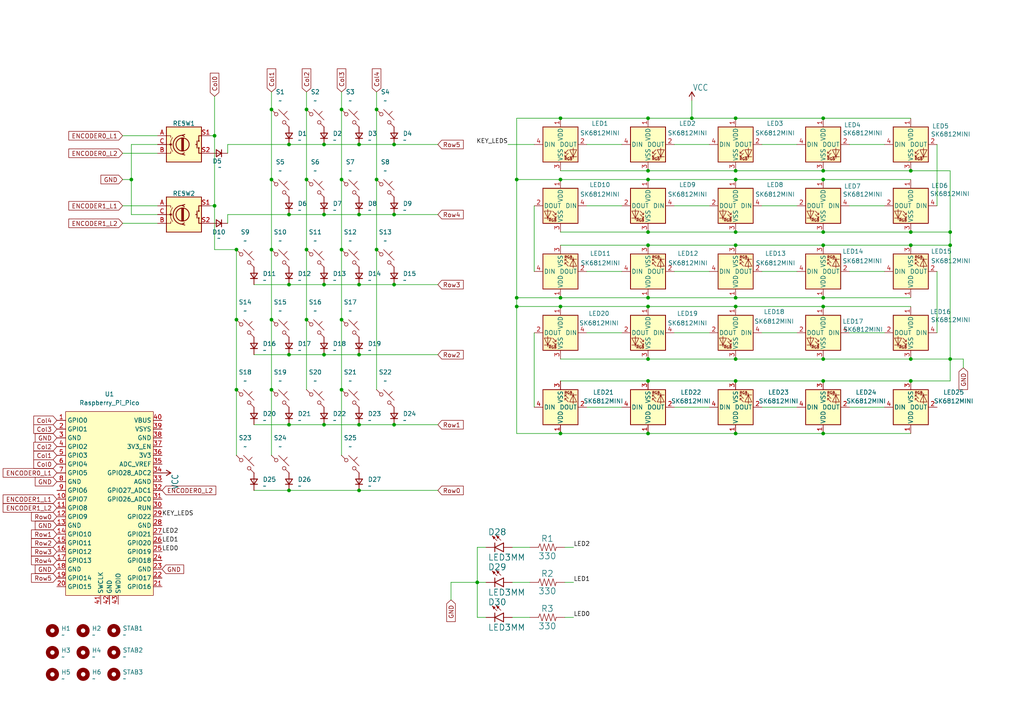
<source format=kicad_sch>
(kicad_sch (version 20231120) (generator "eeschema") (generator_version "8.0")
  (paper "A4")
  (junction (at 99.06 72.39))
  (junction (at 187.96 86.36))
  (junction (at 109.22 52.07))
  (junction (at 187.96 125.73))
  (junction (at 275.59 71.12))
  (junction (at 162.56 52.07))
  (junction (at 83.82 123.19))
  (junction (at 104.14 62.23))
  (junction (at 83.82 41.91))
  (junction (at 187.96 52.07))
  (junction (at 238.76 104.14))
  (junction (at 238.76 52.07))
  (junction (at 78.74 31.75))
  (junction (at 213.36 88.9))
  (junction (at 68.58 92.71))
  (junction (at 238.76 86.36))
  (junction (at 138.43 168.91))
  (junction (at 104.14 142.24))
  (junction (at 213.36 104.14))
  (junction (at 162.56 88.9))
  (junction (at 264.16 67.31))
  (junction (at 93.98 123.19))
  (junction (at 200.66 34.29))
  (junction (at 114.3 82.55))
  (junction (at 99.06 31.75))
  (junction (at 68.58 72.39))
  (junction (at 104.14 102.87))
  (junction (at 104.14 41.91))
  (junction (at 149.86 52.07))
  (junction (at 88.9 92.71))
  (junction (at 264.16 110.49))
  (junction (at 93.98 82.55))
  (junction (at 187.96 71.12))
  (junction (at 187.96 49.53))
  (junction (at 238.76 67.31))
  (junction (at 109.22 31.75))
  (junction (at 114.3 123.19))
  (junction (at 93.98 41.91))
  (junction (at 238.76 88.9))
  (junction (at 78.74 92.71))
  (junction (at 162.56 34.29))
  (junction (at 149.86 88.9))
  (junction (at 62.23 39.37))
  (junction (at 162.56 86.36))
  (junction (at 93.98 62.23))
  (junction (at 104.14 82.55))
  (junction (at 114.3 62.23))
  (junction (at 187.96 67.31))
  (junction (at 83.82 142.24))
  (junction (at 68.58 113.03))
  (junction (at 213.36 67.31))
  (junction (at 187.96 104.14))
  (junction (at 99.06 113.03))
  (junction (at 62.23 59.69))
  (junction (at 109.22 72.39))
  (junction (at 264.16 71.12))
  (junction (at 104.14 123.19))
  (junction (at 213.36 52.07))
  (junction (at 114.3 41.91))
  (junction (at 238.76 110.49))
  (junction (at 78.74 52.07))
  (junction (at 83.82 62.23))
  (junction (at 238.76 71.12))
  (junction (at 187.96 34.29))
  (junction (at 99.06 52.07))
  (junction (at 264.16 49.53))
  (junction (at 83.82 102.87))
  (junction (at 93.98 102.87))
  (junction (at 213.36 110.49))
  (junction (at 187.96 88.9))
  (junction (at 213.36 49.53))
  (junction (at 238.76 49.53))
  (junction (at 38.1 52.07))
  (junction (at 213.36 125.73))
  (junction (at 238.76 34.29))
  (junction (at 78.74 113.03))
  (junction (at 187.96 110.49))
  (junction (at 275.59 67.31))
  (junction (at 88.9 72.39))
  (junction (at 264.16 104.14))
  (junction (at 162.56 125.73))
  (junction (at 213.36 86.36))
  (junction (at 99.06 92.71))
  (junction (at 238.76 125.73))
  (junction (at 88.9 31.75))
  (junction (at 275.59 104.14))
  (junction (at 83.82 82.55))
  (junction (at 213.36 71.12))
  (junction (at 88.9 52.07))
  (junction (at 213.36 34.29))
  (junction (at 149.86 86.36))
  (junction (at 78.74 72.39))
  (wire (pts (xy 99.06 26.67) (xy 99.06 31.75)))
  (wire (pts (xy 114.3 62.23) (xy 127 62.23)))
  (wire (pts (xy 275.59 67.31) (xy 275.59 71.12)))
  (wire (pts (xy 213.36 49.53) (xy 238.76 49.53)))
  (wire (pts (xy 213.36 52.07) (xy 238.76 52.07)))
  (wire (pts (xy 187.96 71.12) (xy 213.36 71.12)))
  (wire (pts (xy 88.9 72.39) (xy 88.9 92.71)))
  (wire (pts (xy 264.16 67.31) (xy 275.59 67.31)))
  (wire (pts (xy 220.98 59.69) (xy 231.14 59.69)))
  (wire (pts (xy 83.82 123.19) (xy 93.98 123.19)))
  (wire (pts (xy 78.74 113.03) (xy 78.74 132.08)))
  (wire (pts (xy 38.1 52.07) (xy 38.1 62.23)))
  (wire (pts (xy 99.06 92.71) (xy 99.06 113.03)))
  (wire (pts (xy 170.18 96.52) (xy 180.34 96.52)))
  (wire (pts (xy 195.58 78.74) (xy 205.74 78.74)))
  (wire (pts (xy 104.14 123.19) (xy 114.3 123.19)))
  (wire (pts (xy 104.14 82.55) (xy 114.3 82.55)))
  (wire (pts (xy 187.96 52.07) (xy 213.36 52.07)))
  (wire (pts (xy 45.72 41.91) (xy 38.1 41.91)))
  (wire (pts (xy 162.56 52.07) (xy 187.96 52.07)))
  (wire (pts (xy 246.38 78.74) (xy 256.54 78.74)))
  (wire (pts (xy 149.86 52.07) (xy 149.86 34.29)))
  (wire (pts (xy 114.3 123.19) (xy 127 123.19)))
  (wire (pts (xy 275.59 49.53) (xy 275.59 67.31)))
  (wire (pts (xy 275.59 71.12) (xy 275.59 104.14)))
  (wire (pts (xy 68.58 72.39) (xy 68.58 92.71)))
  (wire (pts (xy 88.9 31.75) (xy 88.9 52.07)))
  (wire (pts (xy 73.66 142.24) (xy 83.82 142.24)))
  (wire (pts (xy 104.14 102.87) (xy 127 102.87)))
  (wire (pts (xy 148.59 158.75) (xy 153.67 158.75)))
  (wire (pts (xy 109.22 31.75) (xy 109.22 52.07)))
  (wire (pts (xy 35.56 59.69) (xy 45.72 59.69)))
  (wire (pts (xy 187.96 34.29) (xy 200.66 34.29)))
  (wire (pts (xy 138.43 179.07) (xy 140.97 179.07)))
  (wire (pts (xy 104.14 142.24) (xy 127 142.24)))
  (wire (pts (xy 220.98 41.91) (xy 231.14 41.91)))
  (wire (pts (xy 78.74 113.03) (xy 78.74 92.71)))
  (wire (pts (xy 213.36 71.12) (xy 238.76 71.12)))
  (wire (pts (xy 138.43 158.75) (xy 138.43 168.91)))
  (wire (pts (xy 83.82 82.55) (xy 93.98 82.55)))
  (wire (pts (xy 114.3 41.91) (xy 127 41.91)))
  (wire (pts (xy 68.58 92.71) (xy 68.58 113.03)))
  (wire (pts (xy 35.56 39.37) (xy 45.72 39.37)))
  (wire (pts (xy 149.86 34.29) (xy 162.56 34.29)))
  (wire (pts (xy 149.86 52.07) (xy 162.56 52.07)))
  (wire (pts (xy 238.76 34.29) (xy 264.16 34.29)))
  (wire (pts (xy 99.06 72.39) (xy 99.06 92.71)))
  (wire (pts (xy 275.59 110.49) (xy 275.59 104.14)))
  (wire (pts (xy 60.96 59.69) (xy 62.23 59.69)))
  (wire (pts (xy 66.04 41.91) (xy 83.82 41.91)))
  (wire (pts (xy 195.58 96.52) (xy 205.74 96.52)))
  (wire (pts (xy 154.94 96.52) (xy 154.94 118.11)))
  (wire (pts (xy 279.4 104.14) (xy 279.4 106.68)))
  (wire (pts (xy 200.66 29.21) (xy 200.66 34.29)))
  (wire (pts (xy 163.83 158.75) (xy 166.37 158.75)))
  (wire (pts (xy 162.56 125.73) (xy 187.96 125.73)))
  (wire (pts (xy 213.36 34.29) (xy 238.76 34.29)))
  (wire (pts (xy 200.66 34.29) (xy 213.36 34.29)))
  (wire (pts (xy 246.38 59.69) (xy 256.54 59.69)))
  (wire (pts (xy 163.83 168.91) (xy 166.37 168.91)))
  (wire (pts (xy 187.96 86.36) (xy 213.36 86.36)))
  (wire (pts (xy 238.76 67.31) (xy 264.16 67.31)))
  (wire (pts (xy 271.78 41.91) (xy 271.78 59.69)))
  (wire (pts (xy 78.74 52.07) (xy 78.74 72.39)))
  (wire (pts (xy 187.96 125.73) (xy 213.36 125.73)))
  (wire (pts (xy 220.98 96.52) (xy 231.14 96.52)))
  (wire (pts (xy 68.58 113.03) (xy 68.58 132.08)))
  (wire (pts (xy 35.56 44.45) (xy 45.72 44.45)))
  (wire (pts (xy 195.58 59.69) (xy 205.74 59.69)))
  (wire (pts (xy 149.86 86.36) (xy 149.86 88.9)))
  (wire (pts (xy 271.78 78.74) (xy 271.78 96.52)))
  (wire (pts (xy 264.16 71.12) (xy 275.59 71.12)))
  (wire (pts (xy 83.82 102.87) (xy 93.98 102.87)))
  (wire (pts (xy 238.76 88.9) (xy 264.16 88.9)))
  (wire (pts (xy 38.1 41.91) (xy 38.1 52.07)))
  (wire (pts (xy 162.56 86.36) (xy 187.96 86.36)))
  (wire (pts (xy 93.98 62.23) (xy 104.14 62.23)))
  (wire (pts (xy 238.76 49.53) (xy 264.16 49.53)))
  (wire (pts (xy 138.43 168.91) (xy 140.97 168.91)))
  (wire (pts (xy 83.82 41.91) (xy 93.98 41.91)))
  (wire (pts (xy 38.1 62.23) (xy 45.72 62.23)))
  (wire (pts (xy 187.96 104.14) (xy 213.36 104.14)))
  (wire (pts (xy 83.82 62.23) (xy 93.98 62.23)))
  (wire (pts (xy 162.56 71.12) (xy 187.96 71.12)))
  (wire (pts (xy 162.56 88.9) (xy 149.86 88.9)))
  (wire (pts (xy 170.18 41.91) (xy 180.34 41.91)))
  (wire (pts (xy 238.76 104.14) (xy 264.16 104.14)))
  (wire (pts (xy 88.9 92.71) (xy 88.9 113.03)))
  (wire (pts (xy 264.16 49.53) (xy 275.59 49.53)))
  (wire (pts (xy 78.74 31.75) (xy 78.74 52.07)))
  (wire (pts (xy 149.86 125.73) (xy 162.56 125.73)))
  (wire (pts (xy 73.66 82.55) (xy 83.82 82.55)))
  (wire (pts (xy 264.16 104.14) (xy 275.59 104.14)))
  (wire (pts (xy 109.22 26.67) (xy 109.22 31.75)))
  (wire (pts (xy 149.86 52.07) (xy 149.86 86.36)))
  (wire (pts (xy 187.96 49.53) (xy 213.36 49.53)))
  (wire (pts (xy 213.36 67.31) (xy 238.76 67.31)))
  (wire (pts (xy 109.22 72.39) (xy 109.22 113.03)))
  (wire (pts (xy 73.66 123.19) (xy 83.82 123.19)))
  (wire (pts (xy 213.36 125.73) (xy 238.76 125.73)))
  (wire (pts (xy 62.23 59.69) (xy 62.23 72.39)))
  (wire (pts (xy 187.96 110.49) (xy 213.36 110.49)))
  (wire (pts (xy 162.56 104.14) (xy 187.96 104.14)))
  (wire (pts (xy 195.58 118.11) (xy 205.74 118.11)))
  (wire (pts (xy 104.14 62.23) (xy 114.3 62.23)))
  (wire (pts (xy 73.66 102.87) (xy 83.82 102.87)))
  (wire (pts (xy 93.98 41.91) (xy 104.14 41.91)))
  (wire (pts (xy 62.23 27.94) (xy 62.23 39.37)))
  (wire (pts (xy 213.36 110.49) (xy 238.76 110.49)))
  (wire (pts (xy 213.36 104.14) (xy 238.76 104.14)))
  (wire (pts (xy 153.67 179.07) (xy 148.59 179.07)))
  (wire (pts (xy 99.06 113.03) (xy 99.06 132.08)))
  (wire (pts (xy 93.98 102.87) (xy 104.14 102.87)))
  (wire (pts (xy 114.3 82.55) (xy 127 82.55)))
  (wire (pts (xy 238.76 71.12) (xy 264.16 71.12)))
  (wire (pts (xy 162.56 67.31) (xy 187.96 67.31)))
  (wire (pts (xy 88.9 26.67) (xy 88.9 31.75)))
  (wire (pts (xy 149.86 88.9) (xy 149.86 125.73)))
  (wire (pts (xy 138.43 168.91) (xy 130.81 168.91)))
  (wire (pts (xy 130.81 168.91) (xy 130.81 173.99)))
  (wire (pts (xy 109.22 52.07) (xy 109.22 72.39)))
  (wire (pts (xy 78.74 92.71) (xy 78.74 72.39)))
  (wire (pts (xy 35.56 52.07) (xy 38.1 52.07)))
  (wire (pts (xy 213.36 88.9) (xy 238.76 88.9)))
  (wire (pts (xy 83.82 142.24) (xy 104.14 142.24)))
  (wire (pts (xy 170.18 78.74) (xy 180.34 78.74)))
  (wire (pts (xy 246.38 41.91) (xy 256.54 41.91)))
  (wire (pts (xy 66.04 64.77) (xy 66.04 62.23)))
  (wire (pts (xy 62.23 39.37) (xy 62.23 59.69)))
  (wire (pts (xy 238.76 86.36) (xy 264.16 86.36)))
  (wire (pts (xy 162.56 110.49) (xy 187.96 110.49)))
  (wire (pts (xy 66.04 44.45) (xy 66.04 41.91)))
  (wire (pts (xy 238.76 52.07) (xy 264.16 52.07)))
  (wire (pts (xy 99.06 31.75) (xy 99.06 52.07)))
  (wire (pts (xy 153.67 168.91) (xy 148.59 168.91)))
  (wire (pts (xy 246.38 96.52) (xy 256.54 96.52)))
  (wire (pts (xy 138.43 168.91) (xy 138.43 179.07)))
  (wire (pts (xy 99.06 52.07) (xy 99.06 72.39)))
  (wire (pts (xy 66.04 62.23) (xy 83.82 62.23)))
  (wire (pts (xy 162.56 88.9) (xy 187.96 88.9)))
  (wire (pts (xy 162.56 34.29) (xy 187.96 34.29)))
  (wire (pts (xy 62.23 72.39) (xy 68.58 72.39)))
  (wire (pts (xy 170.18 118.11) (xy 180.34 118.11)))
  (wire (pts (xy 147.32 41.91) (xy 154.94 41.91)))
  (wire (pts (xy 104.14 41.91) (xy 114.3 41.91)))
  (wire (pts (xy 170.18 59.69) (xy 180.34 59.69)))
  (wire (pts (xy 187.96 88.9) (xy 213.36 88.9)))
  (wire (pts (xy 279.4 104.14) (xy 275.59 104.14)))
  (wire (pts (xy 93.98 82.55) (xy 104.14 82.55)))
  (wire (pts (xy 60.96 39.37) (xy 62.23 39.37)))
  (wire (pts (xy 93.98 123.19) (xy 104.14 123.19)))
  (wire (pts (xy 149.86 86.36) (xy 162.56 86.36)))
  (wire (pts (xy 78.74 26.67) (xy 78.74 31.75)))
  (wire (pts (xy 238.76 125.73) (xy 264.16 125.73)))
  (wire (pts (xy 163.83 179.07) (xy 166.37 179.07)))
  (wire (pts (xy 154.94 59.69) (xy 154.94 78.74)))
  (wire (pts (xy 140.97 158.75) (xy 138.43 158.75)))
  (wire (pts (xy 238.76 110.49) (xy 264.16 110.49)))
  (wire (pts (xy 213.36 86.36) (xy 238.76 86.36)))
  (wire (pts (xy 162.56 49.53) (xy 187.96 49.53)))
  (wire (pts (xy 187.96 67.31) (xy 213.36 67.31)))
  (wire (pts (xy 220.98 118.11) (xy 231.14 118.11)))
  (wire (pts (xy 88.9 52.07) (xy 88.9 72.39)))
  (wire (pts (xy 246.38 118.11) (xy 256.54 118.11)))
  (wire (pts (xy 220.98 78.74) (xy 231.14 78.74)))
  (wire (pts (xy 35.56 64.77) (xy 45.72 64.77)))
  (wire (pts (xy 264.16 110.49) (xy 275.59 110.49)))
  (wire (pts (xy 195.58 41.91) (xy 205.74 41.91)))
  (label "KEY_LEDS" (at 46.99 149.86 0) (effects (font (size 1.2446 1.2446))))
  (label "LED2" (at 166.37 158.75 0) (effects (font (size 1.2446 1.2446))))
  (label "LED0" (at 166.37 179.07 0) (effects (font (size 1.2446 1.2446))))
  (label "LED2" (at 46.99 154.94 0) (effects (font (size 1.2446 1.2446))))
  (label "LED0" (at 46.99 160.02 0) (effects (font (size 1.2446 1.2446))))
  (label "LED1" (at 46.99 157.48 0) (effects (font (size 1.2446 1.2446))))
  (label "LED1" (at 166.37 168.91 0) (effects (font (size 1.2446 1.2446))))
  (label "KEY_LEDS" (at 147.32 41.91 180) (effects (font (size 1.2446 1.2446))))
  (global_label "Col0" (shape input) (at 16.51 134.62 180) (property "Intersheetrefs" "${INTERSHEET_REFS}" (effects (hide yes))))
  (global_label "Col1" (shape input) (at 16.51 132.08 180) (property "Intersheetrefs" "${INTERSHEET_REFS}" (effects (hide yes))))
  (global_label "ENCODER0_L1" (shape input) (at 35.56 39.37 180) (property "Intersheetrefs" "${INTERSHEET_REFS}" (effects (hide yes))))
  (global_label "Row2" (shape input) (at 16.51 157.48 180) (property "Intersheetrefs" "${INTERSHEET_REFS}" (effects (hide yes))))
  (global_label "Col2" (shape input) (at 16.51 129.54 180) (property "Intersheetrefs" "${INTERSHEET_REFS}" (effects (hide yes))))
  (global_label "GND" (shape input) (at 16.51 152.4 180) (property "Intersheetrefs" "${INTERSHEET_REFS}" (effects (hide yes))))
  (global_label "Row1" (shape input) (at 16.51 154.94 180) (property "Intersheetrefs" "${INTERSHEET_REFS}" (effects (hide yes))))
  (global_label "Row3" (shape input) (at 16.51 160.02 180) (property "Intersheetrefs" "${INTERSHEET_REFS}" (effects (hide yes))))
  (global_label "GND" (shape input) (at 16.51 165.1 180) (property "Intersheetrefs" "${INTERSHEET_REFS}" (effects (hide yes))))
  (global_label "GND" (shape input) (at 16.51 139.7 180) (property "Intersheetrefs" "${INTERSHEET_REFS}" (effects (hide yes))))
  (global_label "Row5" (shape input) (at 16.51 167.64 180) (property "Intersheetrefs" "${INTERSHEET_REFS}" (effects (hide yes))))
  (global_label "Col3" (shape input) (at 16.51 124.46 180) (property "Intersheetrefs" "${INTERSHEET_REFS}" (effects (hide yes))))
  (global_label "GND" (shape input) (at 46.99 165.1 0) (property "Intersheetrefs" "${INTERSHEET_REFS}" (effects (hide yes))))
  (global_label "ENCODER1_L1" (shape input) (at 16.51 144.78 180) (property "Intersheetrefs" "${INTERSHEET_REFS}" (effects (hide yes))))
  (global_label "Row2" (shape input) (at 127 102.87 0) (property "Intersheetrefs" "${INTERSHEET_REFS}" (effects (hide yes))))
  (global_label "Col3" (shape input) (at 99.06 26.67 90) (property "Intersheetrefs" "${INTERSHEET_REFS}" (effects (hide yes))))
  (global_label "ENCODER1_L2" (shape input) (at 35.56 64.77 180) (property "Intersheetrefs" "${INTERSHEET_REFS}" (effects (hide yes))))
  (global_label "Col4" (shape input) (at 109.22 26.67 90) (property "Intersheetrefs" "${INTERSHEET_REFS}" (effects (hide yes))))
  (global_label "GND" (shape input) (at 130.81 173.99 270) (property "Intersheetrefs" "${INTERSHEET_REFS}" (effects (hide yes))))
  (global_label "Row5" (shape input) (at 127 41.91 0) (property "Intersheetrefs" "${INTERSHEET_REFS}" (effects (hide yes))))
  (global_label "ENCODER1_L1" (shape input) (at 35.56 59.69 180) (property "Intersheetrefs" "${INTERSHEET_REFS}" (effects (hide yes))))
  (global_label "Row0" (shape input) (at 16.51 149.86 180) (property "Intersheetrefs" "${INTERSHEET_REFS}" (effects (hide yes))))
  (global_label "Row3" (shape input) (at 127 82.55 0) (property "Intersheetrefs" "${INTERSHEET_REFS}" (effects (hide yes))))
  (global_label "Col4" (shape input) (at 16.51 121.92 180) (property "Intersheetrefs" "${INTERSHEET_REFS}" (effects (hide yes))))
  (global_label "ENCODER0_L2" (shape input) (at 35.56 44.45 180) (property "Intersheetrefs" "${INTERSHEET_REFS}" (effects (hide yes))))
  (global_label "ENCODER1_L2" (shape input) (at 16.51 147.32 180) (property "Intersheetrefs" "${INTERSHEET_REFS}" (effects (hide yes))))
  (global_label "ENCODER0_L2" (shape input) (at 46.99 142.24 0) (property "Intersheetrefs" "${INTERSHEET_REFS}" (effects (hide yes))))
  (global_label "Row1" (shape input) (at 127 123.19 0) (property "Intersheetrefs" "${INTERSHEET_REFS}" (effects (hide yes))))
  (global_label "ENCODER0_L1" (shape input) (at 16.51 137.16 180) (property "Intersheetrefs" "${INTERSHEET_REFS}" (effects (hide yes))))
  (global_label "Col2" (shape input) (at 88.9 26.67 90) (property "Intersheetrefs" "${INTERSHEET_REFS}" (effects (hide yes))))
  (global_label "Col0" (shape input) (at 62.23 27.94 90) (property "Intersheetrefs" "${INTERSHEET_REFS}" (effects (hide yes))))
  (global_label "GND" (shape input) (at 16.51 127 180) (property "Intersheetrefs" "${INTERSHEET_REFS}" (effects (hide yes))))
  (global_label "GND" (shape input) (at 279.4 106.68 270) (property "Intersheetrefs" "${INTERSHEET_REFS}" (effects (hide yes))))
  (global_label "GND" (shape input) (at 35.56 52.07 180) (property "Intersheetrefs" "${INTERSHEET_REFS}" (effects (hide yes))))
  (global_label "Row0" (shape input) (at 127 142.24 0) (property "Intersheetrefs" "${INTERSHEET_REFS}" (effects (hide yes))))
  (global_label "Row4" (shape input) (at 127 62.23 0) (property "Intersheetrefs" "${INTERSHEET_REFS}" (effects (hide yes))))
  (global_label "Col1" (shape input) (at 78.74 26.67 90) (property "Intersheetrefs" "${INTERSHEET_REFS}" (effects (hide yes))))
  (global_label "Row4" (shape input) (at 16.51 162.56 180) (property "Intersheetrefs" "${INTERSHEET_REFS}" (effects (hide yes))))
  (symbol (lib_id "Device:D_Small") (at 93.98 120.65 90) (unit 1)
    (property "Reference" "D22" (at 96.52 120.0149 90) (effects (justify right)))
    (property "Value" "~" (at 96.52 121.92 90) (effects (justify right)))
    (property "Footprint" "Diode_SMD:D_SOD-123" (effects (hide yes)))
    (property "Description" "Diode, small symbol" (effects (hide yes)))
    (property "Sim.Device" "D" (effects (hide yes)))
    (property "Sim.Pins" "1=K 2=A" (effects (hide yes)))
  )
  (symbol (lib_id "ScottoKeebs:Placeholder_Mounting_Hole") (at 24.0966 189.2577 0) (unit 1)
    (property "Reference" "H4" (at 26.6366 188.6226 0) (effects (justify left)))
    (property "Value" "~" (at 26.6366 190.5277 0) (effects (justify left)))
    (property "Footprint" "MountingHole:MountingHole_2.2mm_M2_DIN965" (effects (hide yes)))
    (property "Description" "Mounting Hole without connection" (effects (hide yes)))
  )
  (symbol (lib_id "ScottoKeebs:Placeholder_Mounting_Hole") (at 15.2066 182.9077 0) (unit 1)
    (property "Reference" "H1" (at 17.7466 182.2726 0) (effects (justify left)))
    (property "Value" "~" (at 17.7466 184.1777 0) (effects (justify left)))
    (property "Footprint" "MountingHole:MountingHole_2.2mm_M2_DIN965" (effects (hide yes)))
    (property "Description" "Mounting Hole without connection" (effects (hide yes)))
  )
  (symbol (lib_id "Device:D_Small") (at 73.66 80.01 90) (unit 1)
    (property "Reference" "D11" (at 76.2 79.3749 90) (effects (justify right)))
    (property "Value" "~" (at 76.2 81.28 90) (effects (justify right)))
    (property "Footprint" "Diode_SMD:D_SOD-123" (effects (hide yes)))
    (property "Description" "Diode, small symbol" (effects (hide yes)))
    (property "Sim.Device" "D" (effects (hide yes)))
    (property "Sim.Pins" "1=K 2=A" (effects (hide yes)))
  )
  (symbol (lib_id "dumbpad-eagle-import:LED3MM") (at 146.05 158.75 270) (unit 1)
    (property "Reference" "D28" (at 141.478 155.321 90) (effects (font (size 1.778 1.778)) (justify left bottom)))
    (property "Value" "LED3MM" (at 141.478 160.655 90) (effects (font (size 1.778 1.778)) (justify left top)))
    (property "Footprint" "dumbpad:LED_3MM" (effects (hide yes)))
  )
  (symbol (lib_id "dumbpad_lib:SK6812MINI_1") (at 162.56 118.11 0) (mirror x) (unit 1)
    (property "Reference" "LED21" (at 175.006 113.792 0))
    (property "Value" "SK6812MINI" (at 175.006 116.332 0))
    (property "Footprint" "LED_SMD:LED_SK6812MINI_PLCC4_3.5x3.5mm_P1.75mm" (effects (hide yes)))
    (property "Datasheet" "https://cdn-shop.adafruit.com/product-files/2686/SK6812MINI_REV.01-1-2.pdf" (effects (hide yes)))
  )
  (symbol (lib_id "dumbpad_lib:SK6812MINI_1") (at 238.76 118.11 0) (mirror x) (unit 1)
    (property "Reference" "LED24" (at 251.206 113.792 0))
    (property "Value" "SK6812MINI" (at 251.206 116.332 0))
    (property "Footprint" "LED_SMD:LED_SK6812MINI_PLCC4_3.5x3.5mm_P1.75mm" (effects (hide yes)))
    (property "Datasheet" "https://cdn-shop.adafruit.com/product-files/2686/SK6812MINI_REV.01-1-2.pdf" (effects (hide yes)))
  )
  (symbol (lib_id "dumbpad_lib:SK6812MINI_1") (at 264.16 41.91 0) (unit 1)
    (property "Reference" "LED5" (at 272.796 36.576 0))
    (property "Value" "SK6812MINI" (at 275.7359 38.9279 0))
    (property "Footprint" "LED_SMD:LED_SK6812MINI_PLCC4_3.5x3.5mm_P1.75mm" (effects (hide yes)))
    (property "Datasheet" "https://cdn-shop.adafruit.com/product-files/2686/SK6812MINI_REV.01-1-2.pdf" (effects (hide yes)))
  )
  (symbol (lib_id "ScottoKeebs:Placeholder_Keyswitch") (at 101.6 95.25 0) (unit 1)
    (property "Reference" "S17" (at 101.6 87.63 0))
    (property "Value" "~" (at 101.6 90.17 0))
    (property "Footprint" "ScottoKeebs_Hotswap:Hotswap_MX_1.00u" (effects (hide yes)))
    (property "Description" "Push button switch, normally open, two pins, 45° tilted" (effects (hide yes)))
  )
  (symbol (lib_id "ScottoKeebs:Placeholder_Keyswitch") (at 111.76 115.57 0) (unit 1)
    (property "Reference" "S22" (at 111.76 107.95 0))
    (property "Value" "~" (at 111.76 110.49 0))
    (property "Footprint" "ScottoKeebs_Hotswap:Hotswap_MX_2.00u_90deg" (effects (hide yes)))
    (property "Description" "Push button switch, normally open, two pins, 45° tilted" (effects (hide yes)))
  )
  (symbol (lib_id "dumbpad_lib:SK6812MINI_1") (at 213.36 96.52 0) (mirror y) (unit 1)
    (property "Reference" "LED18" (at 224.536 90.424 0))
    (property "Value" "SK6812MINI" (at 224.536 93.1991 0))
    (property "Footprint" "LED_SMD:LED_SK6812MINI_PLCC4_3.5x3.5mm_P1.75mm" (effects (hide yes)))
    (property "Datasheet" "https://cdn-shop.adafruit.com/product-files/2686/SK6812MINI_REV.01-1-2.pdf" (effects (hide yes)))
  )
  (symbol (lib_id "ScottoKeebs:Placeholder_Mounting_Hole") (at 15.2066 195.6077 0) (unit 1)
    (property "Reference" "H5" (at 17.7466 194.9726 0) (effects (justify left)))
    (property "Value" "~" (at 17.7466 196.8777 0) (effects (justify left)))
    (property "Footprint" "MountingHole:MountingHole_2.2mm_M2_DIN965" (effects (hide yes)))
    (property "Description" "Mounting Hole without connection" (effects (hide yes)))
  )
  (symbol (lib_id "dumbpad_lib:SK6812MINI_1") (at 238.76 78.74 0) (mirror x) (unit 1)
    (property "Reference" "LED14" (at 244.348 72.9169 0) (effects (justify left)))
    (property "Value" "SK6812MINI" (at 244.348 75.692 0) (effects (justify left)))
    (property "Footprint" "LED_SMD:LED_SK6812MINI_PLCC4_3.5x3.5mm_P1.75mm" (effects (hide yes)))
    (property "Datasheet" "https://cdn-shop.adafruit.com/product-files/2686/SK6812MINI_REV.01-1-2.pdf" (effects (hide yes)))
  )
  (symbol (lib_id "Device:D_Small") (at 73.66 139.7 90) (unit 1)
    (property "Reference" "D25" (at 76.2 139.0649 90) (effects (justify right)))
    (property "Value" "~" (at 76.2 140.97 90) (effects (justify right)))
    (property "Footprint" "Diode_SMD:D_SOD-123" (effects (hide yes)))
    (property "Description" "Diode, small symbol" (effects (hide yes)))
    (property "Sim.Device" "D" (effects (hide yes)))
    (property "Sim.Pins" "1=K 2=A" (effects (hide yes)))
  )
  (symbol (lib_id "Device:D_Small") (at 104.14 120.65 90) (unit 1)
    (property "Reference" "D23" (at 106.68 120.0149 90) (effects (justify right)))
    (property "Value" "~" (at 106.68 121.92 90) (effects (justify right)))
    (property "Footprint" "Diode_SMD:D_SOD-123" (effects (hide yes)))
    (property "Description" "Diode, small symbol" (effects (hide yes)))
    (property "Sim.Device" "D" (effects (hide yes)))
    (property "Sim.Pins" "1=K 2=A" (effects (hide yes)))
  )
  (symbol (lib_id "dumbpad_lib:SK6812MINI_1") (at 162.56 96.52 0) (mirror y) (unit 1)
    (property "Reference" "LED20" (at 173.736 90.932 0))
    (property "Value" "SK6812MINI" (at 173.736 93.7071 0))
    (property "Footprint" "LED_SMD:LED_SK6812MINI_PLCC4_3.5x3.5mm_P1.75mm" (effects (hide yes)))
    (property "Datasheet" "https://cdn-shop.adafruit.com/product-files/2686/SK6812MINI_REV.01-1-2.pdf" (effects (hide yes)))
  )
  (symbol (lib_id "ScottoKeebs:Placeholder_Keyswitch") (at 101.6 34.29 0) (unit 1)
    (property "Reference" "S3" (at 101.6 26.67 0))
    (property "Value" "~" (at 101.6 29.21 0))
    (property "Footprint" "ScottoKeebs_Hotswap:Hotswap_MX_1.00u" (effects (hide yes)))
    (property "Description" "Push button switch, normally open, two pins, 45° tilted" (effects (hide yes)))
  )
  (symbol (lib_id "ScottoKeebs:MCU_Raspberry_Pi_Pico") (at 31.75 146.05 0) (unit 1)
    (property "Reference" "U1" (at 31.75 114.3 0))
    (property "Value" "Raspberry_Pi_Pico" (at 31.75 116.84 0))
    (property "Footprint" "ScottoKeebs_MCU:Raspberry_Pi_Pico" (effects (hide yes)))
  )
  (symbol (lib_id "ScottoKeebs:Placeholder_Keyswitch") (at 91.44 54.61 0) (unit 1)
    (property "Reference" "S6" (at 91.44 46.99 0))
    (property "Value" "~" (at 91.44 49.53 0))
    (property "Footprint" "ScottoKeebs_Hotswap:Hotswap_MX_1.00u" (effects (hide yes)))
    (property "Description" "Push button switch, normally open, two pins, 45° tilted" (effects (hide yes)))
  )
  (symbol (lib_id "ScottoKeebs:Placeholder_Keyswitch") (at 101.6 115.57 0) (unit 1)
    (property "Reference" "S21" (at 101.6 107.95 0))
    (property "Value" "~" (at 101.6 110.49 0))
    (property "Footprint" "ScottoKeebs_Hotswap:Hotswap_MX_1.00u" (effects (hide yes)))
    (property "Description" "Push button switch, normally open, two pins, 45° tilted" (effects (hide yes)))
  )
  (symbol (lib_id "Device:D_Small") (at 83.82 80.01 90) (unit 1)
    (property "Reference" "D12" (at 86.36 79.3749 90) (effects (justify right)))
    (property "Value" "~" (at 86.36 81.28 90) (effects (justify right)))
    (property "Footprint" "Diode_SMD:D_SOD-123" (effects (hide yes)))
    (property "Description" "Diode, small symbol" (effects (hide yes)))
    (property "Sim.Device" "D" (effects (hide yes)))
    (property "Sim.Pins" "1=K 2=A" (effects (hide yes)))
  )
  (symbol (lib_id "ScottoKeebs:Placeholder_Keyswitch") (at 81.28 134.62 0) (unit 1)
    (property "Reference" "S24" (at 81.28 127 0))
    (property "Value" "~" (at 81.28 129.54 0))
    (property "Footprint" "ScottoKeebs_Hotswap:Hotswap_MX_2.00u" (effects (hide yes)))
    (property "Description" "Push button switch, normally open, two pins, 45° tilted" (effects (hide yes)))
  )
  (symbol (lib_id "ScottoKeebs:Placeholder_Keyswitch") (at 81.28 54.61 0) (unit 1)
    (property "Reference" "S5" (at 81.28 46.99 0))
    (property "Value" "~" (at 81.28 49.53 0))
    (property "Footprint" "ScottoKeebs_Hotswap:Hotswap_MX_1.00u" (effects (hide yes)))
    (property "Description" "Push button switch, normally open, two pins, 45° tilted" (effects (hide yes)))
  )
  (symbol (lib_id "Device:D_Small") (at 63.5 44.45 180) (unit 1)
    (property "Reference" "D5" (at 62.992 46.736 0))
    (property "Value" "~" (at 63.754 48.514 0))
    (property "Footprint" "Diode_SMD:D_SOD-123" (effects (hide yes)))
    (property "Description" "Diode, small symbol" (effects (hide yes)))
    (property "Sim.Device" "D" (effects (hide yes)))
    (property "Sim.Pins" "1=K 2=A" (effects (hide yes)))
  )
  (symbol (lib_id "dumbpad-eagle-import:330OHM-HORIZ-1/10W-5%") (at 158.75 158.75 0) (unit 1)
    (property "Reference" "R1" (at 158.75 157.226 0) (effects (font (size 1.778 1.778)) (justify bottom)))
    (property "Value" "330" (at 158.75 160.274 0) (effects (font (size 1.778 1.778)) (justify top)))
    (property "Footprint" "dumbpad:AXIAL-0.3" (effects (hide yes)))
  )
  (symbol (lib_id "Device:D_Small") (at 114.3 120.65 90) (unit 1)
    (property "Reference" "D24" (at 116.84 120.0149 90) (effects (justify right)))
    (property "Value" "~" (at 116.84 121.92 90) (effects (justify right)))
    (property "Footprint" "Diode_SMD:D_SOD-123" (effects (hide yes)))
    (property "Description" "Diode, small symbol" (effects (hide yes)))
    (property "Sim.Device" "D" (effects (hide yes)))
    (property "Sim.Pins" "1=K 2=A" (effects (hide yes)))
  )
  (symbol (lib_id "Device:D_Small") (at 83.82 59.69 90) (unit 1)
    (property "Reference" "D6" (at 86.36 59.0549 90) (effects (justify right)))
    (property "Value" "~" (at 86.36 60.96 90) (effects (justify right)))
    (property "Footprint" "Diode_SMD:D_SOD-123" (effects (hide yes)))
    (property "Description" "Diode, small symbol" (effects (hide yes)))
    (property "Sim.Device" "D" (effects (hide yes)))
    (property "Sim.Pins" "1=K 2=A" (effects (hide yes)))
  )
  (symbol (lib_id "ScottoKeebs:Placeholder_Keyswitch") (at 111.76 74.93 0) (unit 1)
    (property "Reference" "S13" (at 111.76 67.31 0))
    (property "Value" "~" (at 111.76 69.85 0))
    (property "Footprint" "ScottoKeebs_Hotswap:Hotswap_MX_2.00u_90deg" (effects (hide yes)))
    (property "Description" "Push button switch, normally open, two pins, 45° tilted" (effects (hide yes)))
  )
  (symbol (lib_id "dumbpad_lib:SK6812MINI_1") (at 213.36 78.74 0) (mirror x) (unit 1)
    (property "Reference" "LED13" (at 224.9359 73.516 0))
    (property "Value" "SK6812MINI" (at 224.9359 76.2911 0))
    (property "Footprint" "LED_SMD:LED_SK6812MINI_PLCC4_3.5x3.5mm_P1.75mm" (effects (hide yes)))
    (property "Datasheet" "https://cdn-shop.adafruit.com/product-files/2686/SK6812MINI_REV.01-1-2.pdf" (effects (hide yes)))
  )
  (symbol (lib_id "ScottoKeebs:Placeholder_Mounting_Hole") (at 15.2066 189.2577 0) (unit 1)
    (property "Reference" "H3" (at 17.7466 188.6226 0) (effects (justify left)))
    (property "Value" "~" (at 17.7466 190.5277 0) (effects (justify left)))
    (property "Footprint" "MountingHole:MountingHole_2.2mm_M2_DIN965" (effects (hide yes)))
    (property "Description" "Mounting Hole without connection" (effects (hide yes)))
  )
  (symbol (lib_id "dumbpad_lib:SK6812MINI_1") (at 187.96 96.52 0) (mirror y) (unit 1)
    (property "Reference" "LED19" (at 199.39 90.932 0))
    (property "Value" "SK6812MINI" (at 199.39 93.7071 0))
    (property "Footprint" "LED_SMD:LED_SK6812MINI_PLCC4_3.5x3.5mm_P1.75mm" (effects (hide yes)))
    (property "Datasheet" "https://cdn-shop.adafruit.com/product-files/2686/SK6812MINI_REV.01-1-2.pdf" (effects (hide yes)))
  )
  (symbol (lib_id "Device:D_Small") (at 93.98 80.01 90) (unit 1)
    (property "Reference" "D13" (at 96.52 79.3749 90) (effects (justify right)))
    (property "Value" "~" (at 96.52 81.28 90) (effects (justify right)))
    (property "Footprint" "Diode_SMD:D_SOD-123" (effects (hide yes)))
    (property "Description" "Diode, small symbol" (effects (hide yes)))
    (property "Sim.Device" "D" (effects (hide yes)))
    (property "Sim.Pins" "1=K 2=A" (effects (hide yes)))
  )
  (symbol (lib_id "Device:D_Small") (at 83.82 120.65 90) (unit 1)
    (property "Reference" "D21" (at 86.36 120.0149 90) (effects (justify right)))
    (property "Value" "~" (at 86.36 121.92 90) (effects (justify right)))
    (property "Footprint" "Diode_SMD:D_SOD-123" (effects (hide yes)))
    (property "Description" "Diode, small symbol" (effects (hide yes)))
    (property "Sim.Device" "D" (effects (hide yes)))
    (property "Sim.Pins" "1=K 2=A" (effects (hide yes)))
  )
  (symbol (lib_id "Device:RotaryEncoder_Switch") (at 53.34 62.23 0) (unit 1)
    (property "Reference" "RESW2" (at 53.34 56.134 0))
    (property "Value" "~" (at 53.34 55.88 0))
    (property "Footprint" "Rotary_Encoder:RotaryEncoder_Alps_EC11E-Switch_Vertical_H20mm_CircularMountingHoles" (effects (hide yes)))
    (property "Description" "Rotary encoder, dual channel, incremental quadrate outputs, with switch" (effects (hide yes)))
  )
  (symbol (lib_id "Device:D_Small") (at 114.3 39.37 90) (unit 1)
    (property "Reference" "D4" (at 116.84 38.7349 90) (effects (justify right)))
    (property "Value" "~" (at 116.84 40.64 90) (effects (justify right)))
    (property "Footprint" "Diode_SMD:D_SOD-123" (effects (hide yes)))
    (property "Description" "Diode, small symbol" (effects (hide yes)))
    (property "Sim.Device" "D" (effects (hide yes)))
    (property "Sim.Pins" "1=K 2=A" (effects (hide yes)))
  )
  (symbol (lib_id "dumbpad-eagle-import:LED3MM") (at 146.05 179.07 270) (unit 1)
    (property "Reference" "D30" (at 141.478 175.641 90) (effects (font (size 1.778 1.778)) (justify left bottom)))
    (property "Value" "LED3MM" (at 141.478 180.975 90) (effects (font (size 1.778 1.778)) (justify left top)))
    (property "Footprint" "dumbpad:LED_3MM" (effects (hide yes)))
  )
  (symbol (lib_id "Device:D_Small") (at 114.3 80.01 90) (unit 1)
    (property "Reference" "D15" (at 116.84 79.3749 90) (effects (justify right)))
    (property "Value" "~" (at 116.84 81.28 90) (effects (justify right)))
    (property "Footprint" "Diode_SMD:D_SOD-123" (effects (hide yes)))
    (property "Description" "Diode, small symbol" (effects (hide yes)))
    (property "Sim.Device" "D" (effects (hide yes)))
    (property "Sim.Pins" "1=K 2=A" (effects (hide yes)))
  )
  (symbol (lib_id "ScottoKeebs:Placeholder_Keyswitch") (at 81.28 34.29 0) (unit 1)
    (property "Reference" "S1" (at 81.28 26.67 0))
    (property "Value" "~" (at 81.28 29.21 0))
    (property "Footprint" "ScottoKeebs_Hotswap:Hotswap_MX_1.00u" (effects (hide yes)))
    (property "Description" "Push button switch, normally open, two pins, 45° tilted" (effects (hide yes)))
  )
  (symbol (lib_id "Device:D_Small") (at 63.5 64.77 180) (unit 1)
    (property "Reference" "D10" (at 63.5 67.31 0))
    (property "Value" "~" (at 63.5 69.088 0))
    (property "Footprint" "Diode_SMD:D_SOD-123" (effects (hide yes)))
    (property "Description" "Diode, small symbol" (effects (hide yes)))
    (property "Sim.Device" "D" (effects (hide yes)))
    (property "Sim.Pins" "1=K 2=A" (effects (hide yes)))
  )
  (symbol (lib_id "dumbpad_lib:SK6812MINI_1") (at 264.16 78.74 0) (mirror x) (unit 1)
    (property "Reference" "LED15" (at 270.002 72.898 0) (effects (justify left)))
    (property "Value" "SK6812MINI" (at 270.002 75.6731 0) (effects (justify left)))
    (property "Footprint" "LED_SMD:LED_SK6812MINI_PLCC4_3.5x3.5mm_P1.75mm" (effects (hide yes)))
    (property "Datasheet" "https://cdn-shop.adafruit.com/product-files/2686/SK6812MINI_REV.01-1-2.pdf" (effects (hide yes)))
  )
  (symbol (lib_id "ScottoKeebs:Placeholder_Keyswitch") (at 81.28 115.57 0) (unit 1)
    (property "Reference" "S19" (at 81.28 107.95 0))
    (property "Value" "~" (at 81.28 110.49 0))
    (property "Footprint" "ScottoKeebs_Hotswap:Hotswap_MX_1.00u" (effects (hide yes)))
    (property "Description" "Push button switch, normally open, two pins, 45° tilted" (effects (hide yes)))
  )
  (symbol (lib_id "ScottoKeebs:Placeholder_Keyswitch") (at 91.44 34.29 0) (unit 1)
    (property "Reference" "S2" (at 91.44 26.67 0))
    (property "Value" "~" (at 91.44 29.21 0))
    (property "Footprint" "ScottoKeebs_Hotswap:Hotswap_MX_1.00u" (effects (hide yes)))
    (property "Description" "Push button switch, normally open, two pins, 45° tilted" (effects (hide yes)))
  )
  (symbol (lib_id "Device:D_Small") (at 104.14 39.37 90) (unit 1)
    (property "Reference" "D3" (at 106.68 38.7349 90) (effects (justify right)))
    (property "Value" "~" (at 106.68 40.64 90) (effects (justify right)))
    (property "Footprint" "Diode_SMD:D_SOD-123" (effects (hide yes)))
    (property "Description" "Diode, small symbol" (effects (hide yes)))
    (property "Sim.Device" "D" (effects (hide yes)))
    (property "Sim.Pins" "1=K 2=A" (effects (hide yes)))
  )
  (symbol (lib_id "ScottoKeebs:Placeholder_Keyswitch") (at 101.6 134.62 0) (unit 1)
    (property "Reference" "S25" (at 101.6 127 0))
    (property "Value" "~" (at 101.6 129.54 0))
    (property "Footprint" "ScottoKeebs_Hotswap:Hotswap_MX_1.00u" (effects (hide yes)))
    (property "Description" "Push button switch, normally open, two pins, 45° tilted" (effects (hide yes)))
  )
  (symbol (lib_id "dumbpad_lib:SK6812MINI_1") (at 187.96 78.74 0) (mirror x) (unit 1)
    (property "Reference" "LED12" (at 199.5359 73.516 0))
    (property "Value" "SK6812MINI" (at 199.5359 76.2911 0))
    (property "Footprint" "LED_SMD:LED_SK6812MINI_PLCC4_3.5x3.5mm_P1.75mm" (effects (hide yes)))
    (property "Datasheet" "https://cdn-shop.adafruit.com/product-files/2686/SK6812MINI_REV.01-1-2.pdf" (effects (hide yes)))
  )
  (symbol (lib_id "Device:D_Small") (at 104.14 80.01 90) (unit 1)
    (property "Reference" "D14" (at 106.68 79.3749 90) (effects (justify right)))
    (property "Value" "~" (at 106.68 81.28 90) (effects (justify right)))
    (property "Footprint" "Diode_SMD:D_SOD-123" (effects (hide yes)))
    (property "Description" "Diode, small symbol" (effects (hide yes)))
    (property "Sim.Device" "D" (effects (hide yes)))
    (property "Sim.Pins" "1=K 2=A" (effects (hide yes)))
  )
  (symbol (lib_id "ScottoKeebs:Placeholder_Keyswitch") (at 91.44 95.25 0) (unit 1)
    (property "Reference" "S16" (at 91.44 87.63 0))
    (property "Value" "~" (at 91.44 90.17 0))
    (property "Footprint" "ScottoKeebs_Hotswap:Hotswap_MX_1.00u" (effects (hide yes)))
    (property "Description" "Push button switch, normally open, two pins, 45° tilted" (effects (hide yes)))
  )
  (symbol (lib_id "Device:RotaryEncoder_Switch") (at 53.34 41.91 0) (unit 1)
    (property "Reference" "RESW1" (at 53.34 35.814 0))
    (property "Value" "~" (at 53.34 35.56 0))
    (property "Footprint" "Rotary_Encoder:RotaryEncoder_Alps_EC11E-Switch_Vertical_H20mm_CircularMountingHoles" (effects (hide yes)))
    (property "Description" "Rotary encoder, dual channel, incremental quadrate outputs, with switch" (effects (hide yes)))
  )
  (symbol (lib_id "ScottoKeebs:Placeholder_Keyswitch") (at 71.12 115.57 0) (unit 1)
    (property "Reference" "S18" (at 71.12 107.95 0))
    (property "Value" "~" (at 71.12 110.49 0))
    (property "Footprint" "ScottoKeebs_Hotswap:Hotswap_MX_1.00u" (effects (hide yes)))
    (property "Description" "Push button switch, normally open, two pins, 45° tilted" (effects (hide yes)))
  )
  (symbol (lib_id "dumbpad_lib:SK6812MINI_1") (at 264.16 59.69 0) (mirror y) (unit 1)
    (property "Reference" "LED6" (at 272.542 53.848 0))
    (property "Value" "SK6812MINI" (at 275.4819 56.1999 0))
    (property "Footprint" "LED_SMD:LED_SK6812MINI_PLCC4_3.5x3.5mm_P1.75mm" (effects (hide yes)))
    (property "Datasheet" "https://cdn-shop.adafruit.com/product-files/2686/SK6812MINI_REV.01-1-2.pdf" (effects (hide yes)))
  )
  (symbol (lib_id "Device:D_Small") (at 83.82 139.7 90) (unit 1)
    (property "Reference" "D26" (at 86.36 139.0649 90) (effects (justify right)))
    (property "Value" "~" (at 86.36 140.97 90) (effects (justify right)))
    (property "Footprint" "Diode_SMD:D_SOD-123" (effects (hide yes)))
    (property "Description" "Diode, small symbol" (effects (hide yes)))
    (property "Sim.Device" "D" (effects (hide yes)))
    (property "Sim.Pins" "1=K 2=A" (effects (hide yes)))
  )
  (symbol (lib_id "ScottoKeebs:Placeholder_Keyswitch") (at 81.28 95.25 0) (unit 1)
    (property "Reference" "S15" (at 81.28 87.63 0))
    (property "Value" "~" (at 81.28 90.17 0))
    (property "Footprint" "ScottoKeebs_Hotswap:Hotswap_MX_1.00u" (effects (hide yes)))
    (property "Description" "Push button switch, normally open, two pins, 45° tilted" (effects (hide yes)))
  )
  (symbol (lib_id "dumbpad_lib:SK6812MINI_1") (at 187.96 41.91 0) (unit 1)
    (property "Reference" "LED2" (at 199.39 35.814 0))
    (property "Value" "SK6812MINI" (at 199.39 38.5891 0))
    (property "Footprint" "LED_SMD:LED_SK6812MINI_PLCC4_3.5x3.5mm_P1.75mm" (effects (hide yes)))
    (property "Datasheet" "https://cdn-shop.adafruit.com/product-files/2686/SK6812MINI_REV.01-1-2.pdf" (effects (hide yes)))
  )
  (symbol (lib_id "ScottoKeebs:Placeholder_Keyswitch") (at 91.44 115.57 0) (unit 1)
    (property "Reference" "S20" (at 91.44 107.95 0))
    (property "Value" "~" (at 91.44 110.49 0))
    (property "Footprint" "ScottoKeebs_Hotswap:Hotswap_MX_1.00u" (effects (hide yes)))
    (property "Description" "Push button switch, normally open, two pins, 45° tilted" (effects (hide yes)))
  )
  (symbol (lib_id "Device:D_Small") (at 104.14 100.33 90) (unit 1)
    (property "Reference" "D19" (at 106.68 99.6949 90) (effects (justify right)))
    (property "Value" "~" (at 106.68 101.6 90) (effects (justify right)))
    (property "Footprint" "Diode_SMD:D_SOD-123" (effects (hide yes)))
    (property "Description" "Diode, small symbol" (effects (hide yes)))
    (property "Sim.Device" "D" (effects (hide yes)))
    (property "Sim.Pins" "1=K 2=A" (effects (hide yes)))
  )
  (symbol (lib_id "dumbpad_lib:SK6812MINI_1") (at 187.96 59.69 0) (mirror y) (unit 1)
    (property "Reference" "LED9" (at 199.39 53.594 0))
    (property "Value" "SK6812MINI" (at 199.39 56.3691 0))
    (property "Footprint" "LED_SMD:LED_SK6812MINI_PLCC4_3.5x3.5mm_P1.75mm" (effects (hide yes)))
    (property "Datasheet" "https://cdn-shop.adafruit.com/product-files/2686/SK6812MINI_REV.01-1-2.pdf" (effects (hide yes)))
  )
  (symbol (lib_id "ScottoKeebs:Placeholder_Keyswitch") (at 81.28 74.93 0) (unit 1)
    (property "Reference" "S10" (at 81.28 67.31 0))
    (property "Value" "~" (at 81.28 69.85 0))
    (property "Footprint" "ScottoKeebs_Hotswap:Hotswap_MX_1.00u" (effects (hide yes)))
    (property "Description" "Push button switch, normally open, two pins, 45° tilted" (effects (hide yes)))
  )
  (symbol (lib_id "dumbpad_lib:SK6812MINI_1") (at 213.36 118.11 0) (mirror x) (unit 1)
    (property "Reference" "LED23" (at 225.806 113.792 0))
    (property "Value" "SK6812MINI" (at 225.806 116.332 0))
    (property "Footprint" "LED_SMD:LED_SK6812MINI_PLCC4_3.5x3.5mm_P1.75mm" (effects (hide yes)))
    (property "Datasheet" "https://cdn-shop.adafruit.com/product-files/2686/SK6812MINI_REV.01-1-2.pdf" (effects (hide yes)))
  )
  (symbol (lib_id "dumbpad_lib:SK6812MINI_1") (at 264.16 96.52 0) (mirror y) (unit 1)
    (property "Reference" "LED16" (at 272.796 90.424 0))
    (property "Value" "SK6812MINI" (at 275.7359 92.7759 0))
    (property "Footprint" "LED_SMD:LED_SK6812MINI_PLCC4_3.5x3.5mm_P1.75mm" (effects (hide yes)))
    (property "Datasheet" "https://cdn-shop.adafruit.com/product-files/2686/SK6812MINI_REV.01-1-2.pdf" (effects (hide yes)))
  )
  (symbol (lib_id "Device:D_Small") (at 73.66 100.33 90) (unit 1)
    (property "Reference" "D16" (at 76.2 99.6949 90) (effects (justify right)))
    (property "Value" "~" (at 76.2 101.6 90) (effects (justify right)))
    (property "Footprint" "Diode_SMD:D_SOD-123" (effects (hide yes)))
    (property "Description" "Diode, small symbol" (effects (hide yes)))
    (property "Sim.Device" "D" (effects (hide yes)))
    (property "Sim.Pins" "1=K 2=A" (effects (hide yes)))
  )
  (symbol (lib_id "ScottoKeebs:Placeholder_Mounting_Hole") (at 33.02 182.88 0) (unit 1)
    (property "Reference" "STAB1" (at 35.56 182.2449 0) (effects (justify left)))
    (property "Value" "~" (at 35.56 184.15 0) (effects (justify left)))
    (property "Footprint" "ScottoKeebs_Stabilizer:Stabilizer_MX_2.00u" (effects (hide yes)))
    (property "Description" "Mounting Hole without connection" (effects (hide yes)))
  )
  (symbol (lib_id "ScottoKeebs:Placeholder_Keyswitch") (at 91.44 74.93 0) (unit 1)
    (property "Reference" "S11" (at 91.44 67.31 0))
    (property "Value" "~" (at 91.44 69.85 0))
    (property "Footprint" "ScottoKeebs_Hotswap:Hotswap_MX_1.00u" (effects (hide yes)))
    (property "Description" "Push button switch, normally open, two pins, 45° tilted" (effects (hide yes)))
  )
  (symbol (lib_id "dumbpad-eagle-import:VCC") (at 46.99 137.16 270) (unit 1)
    (property "Reference" "#SUPPLY01" (effects (hide yes)))
    (property "Value" "VCC" (at 50.8 139.7 0) (effects (font (size 1.778 1.5113))))
    (property "Footprint" "dumbpad:" (effects (hide yes)))
  )
  (symbol (lib_id "dumbpad-eagle-import:330OHM-HORIZ-1/10W-5%") (at 158.75 179.07 0) (unit 1)
    (property "Reference" "R3" (at 158.75 177.546 0) (effects (font (size 1.778 1.778)) (justify bottom)))
    (property "Value" "330" (at 158.75 180.594 0) (effects (font (size 1.778 1.778)) (justify top)))
    (property "Footprint" "dumbpad:AXIAL-0.3" (effects (hide yes)))
  )
  (symbol (lib_id "dumbpad_lib:SK6812MINI_1") (at 264.16 118.11 0) (mirror x) (unit 1)
    (property "Reference" "LED25" (at 276.606 113.792 0))
    (property "Value" "SK6812MINI" (at 276.606 116.332 0))
    (property "Footprint" "LED_SMD:LED_SK6812MINI_PLCC4_3.5x3.5mm_P1.75mm" (effects (hide yes)))
    (property "Datasheet" "https://cdn-shop.adafruit.com/product-files/2686/SK6812MINI_REV.01-1-2.pdf" (effects (hide yes)))
  )
  (symbol (lib_id "dumbpad-eagle-import:VCC") (at 200.66 29.21 0) (unit 1)
    (property "Reference" "#SUPPLY02" (effects (hide yes)))
    (property "Value" "VCC" (at 203.2 25.4 0) (effects (font (size 1.778 1.5113))))
    (property "Footprint" "dumbpad:" (effects (hide yes)))
  )
  (symbol (lib_id "Device:D_Small") (at 83.82 39.37 90) (unit 1)
    (property "Reference" "D1" (at 86.36 38.7349 90) (effects (justify right)))
    (property "Value" "~" (at 86.36 40.64 90) (effects (justify right)))
    (property "Footprint" "Diode_SMD:D_SOD-123" (effects (hide yes)))
    (property "Description" "Diode, small symbol" (effects (hide yes)))
    (property "Sim.Device" "D" (effects (hide yes)))
    (property "Sim.Pins" "1=K 2=A" (effects (hide yes)))
  )
  (symbol (lib_id "dumbpad_lib:SK6812MINI_1") (at 187.96 118.11 0) (mirror x) (unit 1)
    (property "Reference" "LED22" (at 200.406 113.792 0))
    (property "Value" "SK6812MINI" (at 200.406 116.332 0))
    (property "Footprint" "LED_SMD:LED_SK6812MINI_PLCC4_3.5x3.5mm_P1.75mm" (effects (hide yes)))
    (property "Datasheet" "https://cdn-shop.adafruit.com/product-files/2686/SK6812MINI_REV.01-1-2.pdf" (effects (hide yes)))
  )
  (symbol (lib_id "Device:D_Small") (at 73.66 120.65 90) (unit 1)
    (property "Reference" "D20" (at 76.2 120.0149 90) (effects (justify right)))
    (property "Value" "~" (at 76.2 121.92 90) (effects (justify right)))
    (property "Footprint" "Diode_SMD:D_SOD-123" (effects (hide yes)))
    (property "Description" "Diode, small symbol" (effects (hide yes)))
    (property "Sim.Device" "D" (effects (hide yes)))
    (property "Sim.Pins" "1=K 2=A" (effects (hide yes)))
  )
  (symbol (lib_id "Device:D_Small") (at 104.14 59.69 90) (unit 1)
    (property "Reference" "D8" (at 106.68 59.0549 90) (effects (justify right)))
    (property "Value" "~" (at 106.68 60.96 90) (effects (justify right)))
    (property "Footprint" "Diode_SMD:D_SOD-123" (effects (hide yes)))
    (property "Description" "Diode, small symbol" (effects (hide yes)))
    (property "Sim.Device" "D" (effects (hide yes)))
    (property "Sim.Pins" "1=K 2=A" (effects (hide yes)))
  )
  (symbol (lib_id "Device:D_Small") (at 104.14 139.7 90) (unit 1)
    (property "Reference" "D27" (at 106.68 139.0649 90) (effects (justify right)))
    (property "Value" "~" (at 106.68 140.97 90) (effects (justify right)))
    (property "Footprint" "Diode_SMD:D_SOD-123" (effects (hide yes)))
    (property "Description" "Diode, small symbol" (effects (hide yes)))
    (property "Sim.Device" "D" (effects (hide yes)))
    (property "Sim.Pins" "1=K 2=A" (effects (hide yes)))
  )
  (symbol (lib_id "dumbpad_lib:SK6812MINI_1") (at 162.56 41.91 0) (unit 1)
    (property "Reference" "LED1" (at 173.99 35.814 0))
    (property "Value" "SK6812MINI" (at 173.99 38.5891 0))
    (property "Footprint" "LED_SMD:LED_SK6812MINI_PLCC4_3.5x3.5mm_P1.75mm" (effects (hide yes)))
    (property "Datasheet" "https://cdn-shop.adafruit.com/product-files/2686/SK6812MINI_REV.01-1-2.pdf" (effects (hide yes)))
  )
  (symbol (lib_id "Device:D_Small") (at 83.82 100.33 90) (unit 1)
    (property "Reference" "D17" (at 86.36 99.6949 90) (effects (justify right)))
    (property "Value" "~" (at 86.36 101.6 90) (effects (justify right)))
    (property "Footprint" "Diode_SMD:D_SOD-123" (effects (hide yes)))
    (property "Description" "Diode, small symbol" (effects (hide yes)))
    (property "Sim.Device" "D" (effects (hide yes)))
    (property "Sim.Pins" "1=K 2=A" (effects (hide yes)))
  )
  (symbol (lib_id "Device:D_Small") (at 93.98 39.37 90) (unit 1)
    (property "Reference" "D2" (at 96.52 38.7349 90) (effects (justify right)))
    (property "Value" "~" (at 96.52 40.64 90) (effects (justify right)))
    (property "Footprint" "Diode_SMD:D_SOD-123" (effects (hide yes)))
    (property "Description" "Diode, small symbol" (effects (hide yes)))
    (property "Sim.Device" "D" (effects (hide yes)))
    (property "Sim.Pins" "1=K 2=A" (effects (hide yes)))
  )
  (symbol (lib_id "ScottoKeebs:Placeholder_Keyswitch") (at 111.76 34.29 0) (unit 1)
    (property "Reference" "S4" (at 111.76 26.67 0))
    (property "Value" "~" (at 111.76 29.21 0))
    (property "Footprint" "ScottoKeebs_Hotswap:Hotswap_MX_1.00u" (effects (hide yes)))
    (property "Description" "Push button switch, normally open, two pins, 45° tilted" (effects (hide yes)))
  )
  (symbol (lib_id "dumbpad_lib:SK6812MINI_1") (at 213.36 59.69 0) (mirror y) (unit 1)
    (property "Reference" "LED8" (at 224.79 53.594 0))
    (property "Value" "SK6812MINI" (at 224.79 56.3691 0))
    (property "Footprint" "LED_SMD:LED_SK6812MINI_PLCC4_3.5x3.5mm_P1.75mm" (effects (hide yes)))
    (property "Datasheet" "https://cdn-shop.adafruit.com/product-files/2686/SK6812MINI_REV.01-1-2.pdf" (effects (hide yes)))
  )
  (symbol (lib_id "Device:D_Small") (at 93.98 59.69 90) (unit 1)
    (property "Reference" "D7" (at 96.52 59.0549 90) (effects (justify right)))
    (property "Value" "~" (at 96.52 60.96 90) (effects (justify right)))
    (property "Footprint" "Diode_SMD:D_SOD-123" (effects (hide yes)))
    (property "Description" "Diode, small symbol" (effects (hide yes)))
    (property "Sim.Device" "D" (effects (hide yes)))
    (property "Sim.Pins" "1=K 2=A" (effects (hide yes)))
  )
  (symbol (lib_id "ScottoKeebs:Placeholder_Mounting_Hole") (at 24.13 195.58 0) (unit 1)
    (property "Reference" "H6" (at 26.67 194.9449 0) (effects (justify left)))
    (property "Value" "~" (at 26.67 196.85 0) (effects (justify left)))
    (property "Footprint" "MountingHole:MountingHole_2.2mm_M2_DIN965" (effects (hide yes)))
    (property "Description" "Mounting Hole without connection" (effects (hide yes)))
  )
  (symbol (lib_id "dumbpad_lib:SK6812MINI_1") (at 238.76 59.69 0) (mirror y) (unit 1)
    (property "Reference" "LED7" (at 247.2501 54.0172 0))
    (property "Value" "SK6812MINI" (at 250.19 56.3691 0))
    (property "Footprint" "LED_SMD:LED_SK6812MINI_PLCC4_3.5x3.5mm_P1.75mm" (effects (hide yes)))
    (property "Datasheet" "https://cdn-shop.adafruit.com/product-files/2686/SK6812MINI_REV.01-1-2.pdf" (effects (hide yes)))
  )
  (symbol (lib_id "dumbpad_lib:SK6812MINI_1") (at 162.56 59.69 0) (mirror y) (unit 1)
    (property "Reference" "LED10" (at 173.99 53.594 0))
    (property "Value" "SK6812MINI" (at 173.99 56.3691 0))
    (property "Footprint" "LED_SMD:LED_SK6812MINI_PLCC4_3.5x3.5mm_P1.75mm" (effects (hide yes)))
    (property "Datasheet" "https://cdn-shop.adafruit.com/product-files/2686/SK6812MINI_REV.01-1-2.pdf" (effects (hide yes)))
  )
  (symbol (lib_id "ScottoKeebs:Placeholder_Keyswitch") (at 71.12 74.93 0) (unit 1)
    (property "Reference" "S9" (at 71.12 67.31 0))
    (property "Value" "~" (at 71.12 69.85 0))
    (property "Footprint" "ScottoKeebs_Hotswap:Hotswap_MX_1.00u" (effects (hide yes)))
    (property "Description" "Push button switch, normally open, two pins, 45° tilted" (effects (hide yes)))
  )
  (symbol (lib_id "dumbpad_lib:SK6812MINI_1") (at 238.76 96.52 0) (mirror y) (unit 1)
    (property "Reference" "LED17" (at 247.396 93.218 0))
    (property "Value" "SK6812MINI" (at 250.3359 95.5699 0))
    (property "Footprint" "LED_SMD:LED_SK6812MINI_PLCC4_3.5x3.5mm_P1.75mm" (effects (hide yes)))
    (property "Datasheet" "https://cdn-shop.adafruit.com/product-files/2686/SK6812MINI_REV.01-1-2.pdf" (effects (hide yes)))
  )
  (symbol (lib_id "Device:D_Small") (at 114.3 59.69 90) (unit 1)
    (property "Reference" "D9" (at 116.84 59.0549 90) (effects (justify right)))
    (property "Value" "~" (at 116.84 60.96 90) (effects (justify right)))
    (property "Footprint" "Diode_SMD:D_SOD-123" (effects (hide yes)))
    (property "Description" "Diode, small symbol" (effects (hide yes)))
    (property "Sim.Device" "D" (effects (hide yes)))
    (property "Sim.Pins" "1=K 2=A" (effects (hide yes)))
  )
  (symbol (lib_id "ScottoKeebs:Placeholder_Mounting_Hole") (at 33.02 189.23 0) (unit 1)
    (property "Reference" "STAB2" (at 35.56 188.5949 0) (effects (justify left)))
    (property "Value" "~" (at 35.56 190.5 0) (effects (justify left)))
    (property "Footprint" "ScottoKeebs_Stabilizer:Stabilizer_MX_2.00u" (effects (hide yes)))
    (property "Description" "Mounting Hole without connection" (effects (hide yes)))
  )
  (symbol (lib_id "dumbpad_lib:SK6812MINI_1") (at 213.36 41.91 0) (unit 1)
    (property "Reference" "LED3" (at 224.79 35.814 0))
    (property "Value" "SK6812MINI" (at 224.79 38.5891 0))
    (property "Footprint" "LED_SMD:LED_SK6812MINI_PLCC4_3.5x3.5mm_P1.75mm" (effects (hide yes)))
    (property "Datasheet" "https://cdn-shop.adafruit.com/product-files/2686/SK6812MINI_REV.01-1-2.pdf" (effects (hide yes)))
  )
  (symbol (lib_id "ScottoKeebs:Placeholder_Keyswitch") (at 101.6 74.93 0) (unit 1)
    (property "Reference" "S12" (at 101.6 67.31 0))
    (property "Value" "~" (at 101.6 69.85 0))
    (property "Footprint" "ScottoKeebs_Hotswap:Hotswap_MX_1.00u" (effects (hide yes)))
    (property "Description" "Push button switch, normally open, two pins, 45° tilted" (effects (hide yes)))
  )
  (symbol (lib_id "ScottoKeebs:Placeholder_Keyswitch") (at 101.6 54.61 0) (unit 1)
    (property "Reference" "S7" (at 101.6 46.99 0))
    (property "Value" "~" (at 101.6 49.53 0))
    (property "Footprint" "ScottoKeebs_Hotswap:Hotswap_MX_1.00u" (effects (hide yes)))
    (property "Description" "Push button switch, normally open, two pins, 45° tilted" (effects (hide yes)))
  )
  (symbol (lib_id "ScottoKeebs:Placeholder_Mounting_Hole") (at 33.02 195.58 0) (unit 1)
    (property "Reference" "STAB3" (at 35.56 194.9449 0) (effects (justify left)))
    (property "Value" "~" (at 35.56 196.85 0) (effects (justify left)))
    (property "Footprint" "ScottoKeebs_Stabilizer:Stabilizer_MX_2.00u" (effects (hide yes)))
    (property "Description" "Mounting Hole without connection" (effects (hide yes)))
  )
  (symbol (lib_id "dumbpad-eagle-import:LED3MM") (at 146.05 168.91 270) (unit 1)
    (property "Reference" "D29" (at 141.478 165.481 90) (effects (font (size 1.778 1.778)) (justify left bottom)))
    (property "Value" "LED3MM" (at 141.478 170.815 90) (effects (font (size 1.778 1.778)) (justify left top)))
    (property "Footprint" "dumbpad:LED_3MM" (effects (hide yes)))
  )
  (symbol (lib_id "ScottoKeebs:Placeholder_Keyswitch") (at 71.12 95.25 0) (unit 1)
    (property "Reference" "S14" (at 71.12 87.63 0))
    (property "Value" "~" (at 71.12 90.17 0))
    (property "Footprint" "ScottoKeebs_Hotswap:Hotswap_MX_1.00u" (effects (hide yes)))
    (property "Description" "Push button switch, normally open, two pins, 45° tilted" (effects (hide yes)))
  )
  (symbol (lib_id "Device:D_Small") (at 93.98 100.33 90) (unit 1)
    (property "Reference" "D18" (at 96.52 99.6949 90) (effects (justify right)))
    (property "Value" "~" (at 96.52 101.6 90) (effects (justify right)))
    (property "Footprint" "Diode_SMD:D_SOD-123" (effects (hide yes)))
    (property "Description" "Diode, small symbol" (effects (hide yes)))
    (property "Sim.Device" "D" (effects (hide yes)))
    (property "Sim.Pins" "1=K 2=A" (effects (hide yes)))
  )
  (symbol (lib_id "ScottoKeebs:Placeholder_Mounting_Hole") (at 24.0966 182.9077 0) (unit 1)
    (property "Reference" "H2" (at 26.6366 182.2726 0) (effects (justify left)))
    (property "Value" "~" (at 26.6366 184.1777 0) (effects (justify left)))
    (property "Footprint" "MountingHole:MountingHole_2.2mm_M2_DIN965" (effects (hide yes)))
    (property "Description" "Mounting Hole without connection" (effects (hide yes)))
  )
  (symbol (lib_id "dumbpad_lib:SK6812MINI_1") (at 162.56 78.74 0) (mirror x) (unit 1)
    (property "Reference" "LED11" (at 174.1359 73.516 0))
    (property "Value" "SK6812MINI" (at 174.1359 76.2911 0))
    (property "Footprint" "LED_SMD:LED_SK6812MINI_PLCC4_3.5x3.5mm_P1.75mm" (effects (hide yes)))
    (property "Datasheet" "https://cdn-shop.adafruit.com/product-files/2686/SK6812MINI_REV.01-1-2.pdf" (effects (hide yes)))
  )
  (symbol (lib_id "dumbpad-eagle-import:330OHM-HORIZ-1/10W-5%") (at 158.75 168.91 0) (unit 1)
    (property "Reference" "R2" (at 158.75 167.386 0) (effects (font (size 1.778 1.778)) (justify bottom)))
    (property "Value" "330" (at 158.75 170.434 0) (effects (font (size 1.778 1.778)) (justify top)))
    (property "Footprint" "dumbpad:AXIAL-0.3" (effects (hide yes)))
  )
  (symbol (lib_id "ScottoKeebs:Placeholder_Keyswitch") (at 71.12 134.62 0) (unit 1)
    (property "Reference" "S23" (at 71.12 127 0))
    (property "Value" "~" (at 71.12 129.54 0))
    (property "Footprint" "ScottoKeebs_Hotswap:Hotswap_MX_1.00u" (effects (hide yes)))
    (property "Description" "Push button switch, normally open, two pins, 45° tilted" (effects (hide yes)))
  )
  (symbol (lib_id "ScottoKeebs:Placeholder_Keyswitch") (at 111.76 54.61 0) (unit 1)
    (property "Reference" "S8" (at 111.76 46.99 0))
    (property "Value" "~" (at 111.76 49.53 0))
    (property "Footprint" "ScottoKeebs_Hotswap:Hotswap_MX_1.00u" (effects (hide yes)))
    (property "Description" "Push button switch, normally open, two pins, 45° tilted" (effects (hide yes)))
  )
  (symbol (lib_id "dumbpad_lib:SK6812MINI_1") (at 238.76 41.91 0) (unit 1)
    (property "Reference" "LED4" (at 247.2501 36.2372 0))
    (property "Value" "SK6812MINI" (at 250.19 38.5891 0))
    (property "Footprint" "LED_SMD:LED_SK6812MINI_PLCC4_3.5x3.5mm_P1.75mm" (effects (hide yes)))
    (property "Datasheet" "https://cdn-shop.adafruit.com/product-files/2686/SK6812MINI_REV.01-1-2.pdf" (effects (hide yes)))
  )
)
</source>
